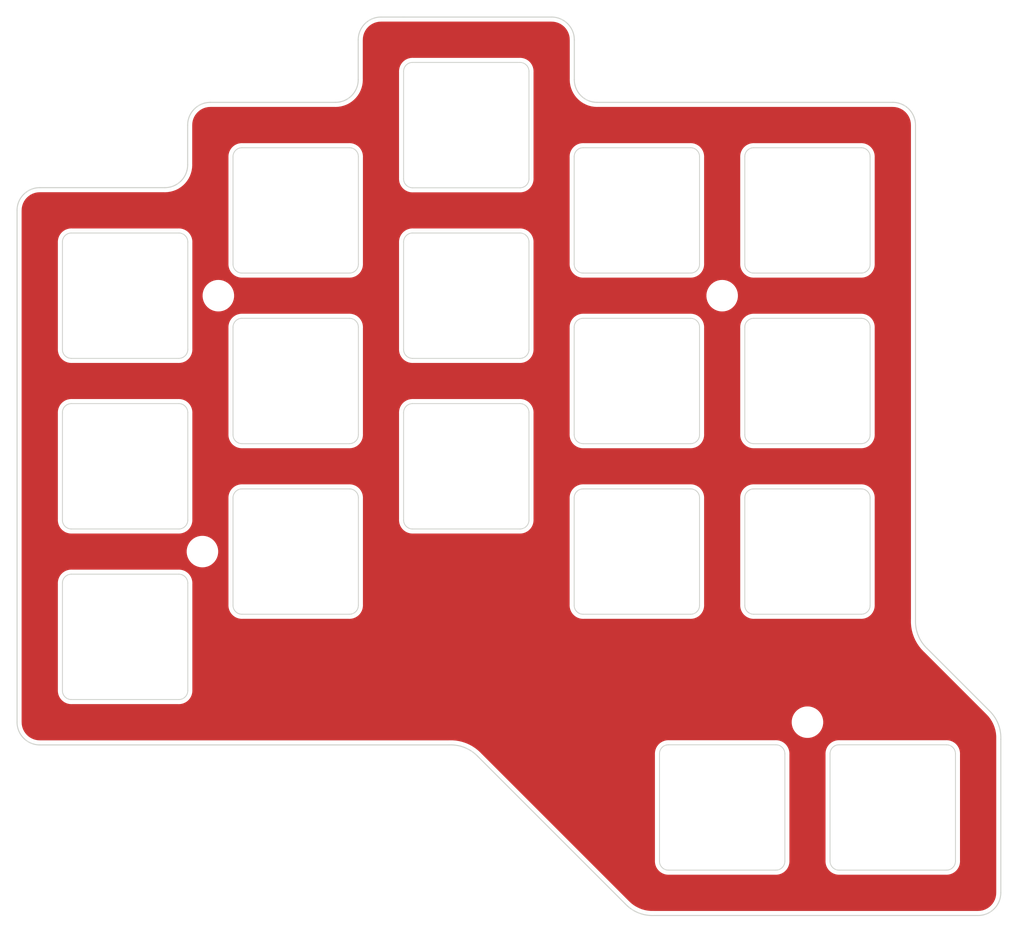
<source format=kicad_pcb>
(kicad_pcb (version 20211014) (generator pcbnew)
  (title_block (title "Pragmatic 5x6 input module") (date "2022-03-22") (rev "3") (company "James Sa"))
  (layers (0 "F.Cu" signal) (31 "B.Cu" signal) (34 "B.Paste" user) (35 "F.Paste" user) (36 "B.SilkS" user "B.Silkscreen") (37 "F.SilkS" user "F.Silkscreen") (38 "B.Mask" user) (39 "F.Mask" user) (44 "Edge.Cuts" user))
  (net 0 "")
  (footprint "Keyboard_JSA:Switch_Hole_Cutout_w_Deco" (layer "F.Cu") (at 57.15 76.2)
    (fp_text reference "SW1" hide)
    (fp_text value "SW_Push" hide)
    (fp_line (start 7 6) (end 7 -6) (layer "Edge.Cuts") (width 0.1))
    (fp_line (start -7 6) (end -7 -6) (layer "Edge.Cuts") (width 0.1))
    (fp_line (start -6 -7) (end 6 -7) (layer "Edge.Cuts") (width 0.1))
    (fp_line (start -6 7) (end 6 7) (layer "Edge.Cuts") (width 0.1))
    (fp_arc (start 6 -7) (mid 6.707107 -6.707107) (end 7 -6) (layer "Edge.Cuts") (width 0.1))
    (fp_arc (start -7 -6) (mid -6.707107 -6.707107) (end -6 -7) (layer "Edge.Cuts") (width 0.1))
    (fp_arc (start 7 6) (mid 6.707107 6.707107) (end 6 7) (layer "Edge.Cuts") (width 0.1))
    (fp_arc (start -6 7) (mid -6.707107 6.707107) (end -7 6) (layer "Edge.Cuts") (width 0.1))
  )
  (footprint "Keyboard_JSA:Switch_Hole_Cutout_w_Deco" (layer "F.Cu") (at 57.15 95.25)
    (fp_text reference "SW7" hide)
    (fp_text value "SW_Push" hide)
    (fp_line (start 7 6) (end 7 -6) (layer "Edge.Cuts") (width 0.1))
    (fp_line (start -7 6) (end -7 -6) (layer "Edge.Cuts") (width 0.1))
    (fp_line (start -6 7) (end 6 7) (layer "Edge.Cuts") (width 0.1))
    (fp_line (start -6 -7) (end 6 -7) (layer "Edge.Cuts") (width 0.1))
    (fp_arc (start 6 -7) (mid 6.707107 -6.707107) (end 7 -6) (layer "Edge.Cuts") (width 0.1))
    (fp_arc (start -6 7) (mid -6.707107 6.707107) (end -7 6) (layer "Edge.Cuts") (width 0.1))
    (fp_arc (start 7 6) (mid 6.707107 6.707107) (end 6 7) (layer "Edge.Cuts") (width 0.1))
    (fp_arc (start -7 -6) (mid -6.707107 -6.707107) (end -6 -7) (layer "Edge.Cuts") (width 0.1))
  )
  (footprint "Keyboard_JSA:Switch_Hole_Cutout_w_Deco" (layer "F.Cu") (at 76.2 85.725)
    (fp_text reference "SW8" hide)
    (fp_text value "SW_Push" hide)
    (fp_line (start -6 7) (end 6 7) (layer "Edge.Cuts") (width 0.1))
    (fp_line (start -7 6) (end -7 -6) (layer "Edge.Cuts") (width 0.1))
    (fp_line (start 7 6) (end 7 -6) (layer "Edge.Cuts") (width 0.1))
    (fp_line (start -6 -7) (end 6 -7) (layer "Edge.Cuts") (width 0.1))
    (fp_arc (start -6 7) (mid -6.707107 6.707107) (end -7 6) (layer "Edge.Cuts") (width 0.1))
    (fp_arc (start 7 6) (mid 6.707107 6.707107) (end 6 7) (layer "Edge.Cuts") (width 0.1))
    (fp_arc (start -7 -6) (mid -6.707107 -6.707107) (end -6 -7) (layer "Edge.Cuts") (width 0.1))
    (fp_arc (start 6 -7) (mid 6.707107 -6.707107) (end 7 -6) (layer "Edge.Cuts") (width 0.1))
  )
  (footprint "Keyboard_JSA:Switch_Hole_Cutout_w_Deco" (layer "F.Cu") (at 76.2 66.675)
    (fp_text reference "SW2" hide)
    (fp_text value "SW_Push" hide)
    (fp_line (start -6 -7) (end 6 -7) (layer "Edge.Cuts") (width 0.1))
    (fp_line (start -7 6) (end -7 -6) (layer "Edge.Cuts") (width 0.1))
    (fp_line (start -6 7) (end 6 7) (layer "Edge.Cuts") (width 0.1))
    (fp_line (start 7 6) (end 7 -6) (layer "Edge.Cuts") (width 0.1))
    (fp_arc (start -6 7) (mid -6.707107 6.707107) (end -7 6) (layer "Edge.Cuts") (width 0.1))
    (fp_arc (start -7 -6) (mid -6.707107 -6.707107) (end -6 -7) (layer "Edge.Cuts") (width 0.1))
    (fp_arc (start 7 6) (mid 6.707107 6.707107) (end 6 7) (layer "Edge.Cuts") (width 0.1))
    (fp_arc (start 6 -7) (mid 6.707107 -6.707107) (end 7 -6) (layer "Edge.Cuts") (width 0.1))
  )
  (footprint "Keyboard_JSA:Switch_Hole_Cutout_w_Deco" (layer "F.Cu") (at 95.25 57.15)
    (fp_text reference "SW3" hide)
    (fp_text value "SW_Push" hide)
    (fp_line (start -6 -7) (end 6 -7) (layer "Edge.Cuts") (width 0.1))
    (fp_line (start -7 6) (end -7 -6) (layer "Edge.Cuts") (width 0.1))
    (fp_line (start 7 6) (end 7 -6) (layer "Edge.Cuts") (width 0.1))
    (fp_line (start -6 7) (end 6 7) (layer "Edge.Cuts") (width 0.1))
    (fp_arc (start -7 -6) (mid -6.707107 -6.707107) (end -6 -7) (layer "Edge.Cuts") (width 0.1))
    (fp_arc (start 7 6) (mid 6.707107 6.707107) (end 6 7) (layer "Edge.Cuts") (width 0.1))
    (fp_arc (start -6 7) (mid -6.707107 6.707107) (end -7 6) (layer "Edge.Cuts") (width 0.1))
    (fp_arc (start 6 -7) (mid 6.707107 -6.707107) (end 7 -6) (layer "Edge.Cuts") (width 0.1))
  )
  (footprint "Keyboard_JSA:Switch_Hole_Cutout_w_Deco" (layer "F.Cu") (at 114.3 66.675)
    (fp_text reference "SW4" hide)
    (fp_text value "SW_Push" hide)
    (fp_line (start -6 -7) (end 6 -7) (layer "Edge.Cuts") (width 0.1))
    (fp_line (start -7 6) (end -7 -6) (layer "Edge.Cuts") (width 0.1))
    (fp_line (start 7 6) (end 7 -6) (layer "Edge.Cuts") (width 0.1))
    (fp_line (start -6 7) (end 6 7) (layer "Edge.Cuts") (width 0.1))
    (fp_arc (start 7 6) (mid 6.707107 6.707107) (end 6 7) (layer "Edge.Cuts") (width 0.1))
    (fp_arc (start 6 -7) (mid 6.707107 -6.707107) (end 7 -6) (layer "Edge.Cuts") (width 0.1))
    (fp_arc (start -7 -6) (mid -6.707107 -6.707107) (end -6 -7) (layer "Edge.Cuts") (width 0.1))
    (fp_arc (start -6 7) (mid -6.707107 6.707107) (end -7 6) (layer "Edge.Cuts") (width 0.1))
  )
  (footprint "Keyboard_JSA:Switch_Hole_Cutout_w_Deco" (layer "F.Cu") (at 133.35 66.675)
    (fp_text reference "SW5" hide)
    (fp_text value "SW_Push" hide)
    (fp_line (start 7 6) (end 7 -6) (layer "Edge.Cuts") (width 0.1))
    (fp_line (start -6 -7) (end 6 -7) (layer "Edge.Cuts") (width 0.1))
    (fp_line (start -6 7) (end 6 7) (layer "Edge.Cuts") (width 0.1))
    (fp_line (start -7 6) (end -7 -6) (layer "Edge.Cuts") (width 0.1))
    (fp_arc (start 7 6) (mid 6.707107 6.707107) (end 6 7) (layer "Edge.Cuts") (width 0.1))
    (fp_arc (start -6 7) (mid -6.707107 6.707107) (end -7 6) (layer "Edge.Cuts") (width 0.1))
    (fp_arc (start -7 -6) (mid -6.707107 -6.707107) (end -6 -7) (layer "Edge.Cuts") (width 0.1))
    (fp_arc (start 6 -7) (mid 6.707107 -6.707107) (end 7 -6) (layer "Edge.Cuts") (width 0.1))
  )
  (footprint "Keyboard_JSA:Switch_Hole_Cutout_w_Deco" (layer "F.Cu") (at 95.25 76.2)
    (fp_text reference "SW9" hide)
    (fp_text value "SW_Push" hide)
    (fp_line (start -6 -7) (end 6 -7) (layer "Edge.Cuts") (width 0.1))
    (fp_line (start 7 6) (end 7 -6) (layer "Edge.Cuts") (width 0.1))
    (fp_line (start -7 6) (end -7 -6) (layer "Edge.Cuts") (width 0.1))
    (fp_line (start -6 7) (end 6 7) (layer "Edge.Cuts") (width 0.1))
    (fp_arc (start 6 -7) (mid 6.707107 -6.707107) (end 7 -6) (layer "Edge.Cuts") (width 0.1))
    (fp_arc (start 7 6) (mid 6.707107 6.707107) (end 6 7) (layer "Edge.Cuts") (width 0.1))
    (fp_arc (start -6 7) (mid -6.707107 6.707107) (end -7 6) (layer "Edge.Cuts") (width 0.1))
    (fp_arc (start -7 -6) (mid -6.707107 -6.707107) (end -6 -7) (layer "Edge.Cuts") (width 0.1))
  )
  (footprint "Keyboard_JSA:Switch_Hole_Cutout_w_Deco" (layer "F.Cu") (at 114.3 85.725)
    (fp_text reference "SW10" hide)
    (fp_text value "SW_Push" hide)
    (fp_line (start 7 6) (end 7 -6) (layer "Edge.Cuts") (width 0.1))
    (fp_line (start -6 -7) (end 6 -7) (layer "Edge.Cuts") (width 0.1))
    (fp_line (start -7 6) (end -7 -6) (layer "Edge.Cuts") (width 0.1))
    (fp_line (start -6 7) (end 6 7) (layer "Edge.Cuts") (width 0.1))
    (fp_arc (start -6 7) (mid -6.707107 6.707107) (end -7 6) (layer "Edge.Cuts") (width 0.1))
    (fp_arc (start -7 -6) (mid -6.707107 -6.707107) (end -6 -7) (layer "Edge.Cuts") (width 0.1))
    (fp_arc (start 6 -7) (mid 6.707107 -6.707107) (end 7 -6) (layer "Edge.Cuts") (width 0.1))
    (fp_arc (start 7 6) (mid 6.707107 6.707107) (end 6 7) (layer "Edge.Cuts") (width 0.1))
  )
  (footprint "Keyboard_JSA:Switch_Hole_Cutout_w_Deco" (layer "F.Cu") (at 133.35 85.725)
    (fp_text reference "SW11" hide)
    (fp_text value "SW_Push" hide)
    (fp_line (start -7 6) (end -7 -6) (layer "Edge.Cuts") (width 0.1))
    (fp_line (start -6 7) (end 6 7) (layer "Edge.Cuts") (width 0.1))
    (fp_line (start -6 -7) (end 6 -7) (layer "Edge.Cuts") (width 0.1))
    (fp_line (start 7 6) (end 7 -6) (layer "Edge.Cuts") (width 0.1))
    (fp_arc (start -6 7) (mid -6.707107 6.707107) (end -7 6) (layer "Edge.Cuts") (width 0.1))
    (fp_arc (start -7 -6) (mid -6.707107 -6.707107) (end -6 -7) (layer "Edge.Cuts") (width 0.1))
    (fp_arc (start 6 -7) (mid 6.707107 -6.707107) (end 7 -6) (layer "Edge.Cuts") (width 0.1))
    (fp_arc (start 7 6) (mid 6.707107 6.707107) (end 6 7) (layer "Edge.Cuts") (width 0.1))
  )
  (footprint "Keyboard_JSA:Switch_Hole_Cutout_w_Deco" (layer "F.Cu") (at 57.15 114.3)
    (fp_text reference "SW13" hide)
    (fp_text value "SW_Push" hide)
    (fp_line (start -7 6) (end -7 -6) (layer "Edge.Cuts") (width 0.1))
    (fp_line (start 7 6) (end 7 -6) (layer "Edge.Cuts") (width 0.1))
    (fp_line (start -6 7) (end 6 7) (layer "Edge.Cuts") (width 0.1))
    (fp_line (start -6 -7) (end 6 -7) (layer "Edge.Cuts") (width 0.1))
    (fp_arc (start 6 -7) (mid 6.707107 -6.707107) (end 7 -6) (layer "Edge.Cuts") (width 0.1))
    (fp_arc (start -6 7) (mid -6.707107 6.707107) (end -7 6) (layer "Edge.Cuts") (width 0.1))
    (fp_arc (start -7 -6) (mid -6.707107 -6.707107) (end -6 -7) (layer "Edge.Cuts") (width 0.1))
    (fp_arc (start 7 6) (mid 6.707107 6.707107) (end 6 7) (layer "Edge.Cuts") (width 0.1))
  )
  (footprint "Keyboard_JSA:Switch_Hole_Cutout_w_Deco" (layer "F.Cu") (at 76.2 104.775)
    (fp_text reference "SW14" hide)
    (fp_text value "SW_Push" hide)
    (fp_line (start 7 6) (end 7 -6) (layer "Edge.Cuts") (width 0.1))
    (fp_line (start -6 7) (end 6 7) (layer "Edge.Cuts") (width 0.1))
    (fp_line (start -6 -7) (end 6 -7) (layer "Edge.Cuts") (width 0.1))
    (fp_line (start -7 6) (end -7 -6) (layer "Edge.Cuts") (width 0.1))
    (fp_arc (start 6 -7) (mid 6.707107 -6.707107) (end 7 -6) (layer "Edge.Cuts") (width 0.1))
    (fp_arc (start 7 6) (mid 6.707107 6.707107) (end 6 7) (layer "Edge.Cuts") (width 0.1))
    (fp_arc (start -7 -6) (mid -6.707107 -6.707107) (end -6 -7) (layer "Edge.Cuts") (width 0.1))
    (fp_arc (start -6 7) (mid -6.707107 6.707107) (end -7 6) (layer "Edge.Cuts") (width 0.1))
  )
  (footprint "Keyboard_JSA:Switch_Hole_Cutout_w_Deco" (layer "F.Cu") (at 95.25 95.25)
    (fp_text reference "SW15" hide)
    (fp_text value "SW_Push" hide)
    (fp_line (start -6 7) (end 6 7) (layer "Edge.Cuts") (width 0.1))
    (fp_line (start -6 -7) (end 6 -7) (layer "Edge.Cuts") (width 0.1))
    (fp_line (start 7 6) (end 7 -6) (layer "Edge.Cuts") (width 0.1))
    (fp_line (start -7 6) (end -7 -6) (layer "Edge.Cuts") (width 0.1))
    (fp_arc (start 7 6) (mid 6.707107 6.707107) (end 6 7) (layer "Edge.Cuts") (width 0.1))
    (fp_arc (start -7 -6) (mid -6.707107 -6.707107) (end -6 -7) (layer "Edge.Cuts") (width 0.1))
    (fp_arc (start 6 -7) (mid 6.707107 -6.707107) (end 7 -6) (layer "Edge.Cuts") (width 0.1))
    (fp_arc (start -6 7) (mid -6.707107 6.707107) (end -7 6) (layer "Edge.Cuts") (width 0.1))
  )
  (footprint "Keyboard_JSA:Switch_Hole_Cutout_w_Deco" (layer "F.Cu") (at 114.3 104.775)
    (fp_text reference "SW16" hide)
    (fp_text value "SW_Push" hide)
    (fp_line (start -7 6) (end -7 -6) (layer "Edge.Cuts") (width 0.1))
    (fp_line (start -6 -7) (end 6 -7) (layer "Edge.Cuts") (width 0.1))
    (fp_line (start -6 7) (end 6 7) (layer "Edge.Cuts") (width 0.1))
    (fp_line (start 7 6) (end 7 -6) (layer "Edge.Cuts") (width 0.1))
    (fp_arc (start 6 -7) (mid 6.707107 -6.707107) (end 7 -6) (layer "Edge.Cuts") (width 0.1))
    (fp_arc (start -7 -6) (mid -6.707107 -6.707107) (end -6 -7) (layer "Edge.Cuts") (width 0.1))
    (fp_arc (start -6 7) (mid -6.707107 6.707107) (end -7 6) (layer "Edge.Cuts") (width 0.1))
    (fp_arc (start 7 6) (mid 6.707107 6.707107) (end 6 7) (layer "Edge.Cuts") (width 0.1))
  )
  (footprint "Keyboard_JSA:Switch_Hole_Cutout_w_Deco" (layer "F.Cu") (at 133.35 104.775)
    (fp_text reference "SW17" hide)
    (fp_text value "SW_Push" hide)
    (fp_line (start -6 -7) (end 6 -7) (layer "Edge.Cuts") (width 0.1))
    (fp_line (start -6 7) (end 6 7) (layer "Edge.Cuts") (width 0.1))
    (fp_line (start 7 6) (end 7 -6) (layer "Edge.Cuts") (width 0.1))
    (fp_line (start -7 6) (end -7 -6) (layer "Edge.Cuts") (width 0.1))
    (fp_arc (start -6 7) (mid -6.707107 6.707107) (end -7 6) (layer "Edge.Cuts") (width 0.1))
    (fp_arc (start 6 -7) (mid 6.707107 -6.707107) (end 7 -6) (layer "Edge.Cuts") (width 0.1))
    (fp_arc (start 7 6) (mid 6.707107 6.707107) (end 6 7) (layer "Edge.Cuts") (width 0.1))
    (fp_arc (start -7 -6) (mid -6.707107 -6.707107) (end -6 -7) (layer "Edge.Cuts") (width 0.1))
  )
  (footprint "Keyboard_JSA:Switch_Hole_Cutout_w_Deco" (layer "F.Cu") (at 123.825 133.35)
    (fp_text reference "SW22" hide)
    (fp_text value "SW_Push" hide)
    (fp_line (start -6 -7) (end 6 -7) (layer "Edge.Cuts") (width 0.1))
    (fp_line (start 7 6) (end 7 -6) (layer "Edge.Cuts") (width 0.1))
    (fp_line (start -6 7) (end 6 7) (layer "Edge.Cuts") (width 0.1))
    (fp_line (start -7 6) (end -7 -6) (layer "Edge.Cuts") (width 0.1))
    (fp_arc (start 7 6) (mid 6.707107 6.707107) (end 6 7) (layer "Edge.Cuts") (width 0.1))
    (fp_arc (start 6 -7) (mid 6.707107 -6.707107) (end 7 -6) (layer "Edge.Cuts") (width 0.1))
    (fp_arc (start -7 -6) (mid -6.707107 -6.707107) (end -6 -7) (layer "Edge.Cuts") (width 0.1))
    (fp_arc (start -6 7) (mid -6.707107 6.707107) (end -7 6) (layer "Edge.Cuts") (width 0.1))
  )
  (footprint "Keyboard_JSA:Switch_Hole_Cutout_w_Deco" (layer "F.Cu") (at 142.875 133.35)
    (fp_text reference "SW23" hide)
    (fp_text value "SW_Push" hide)
    (fp_line (start -6 -7) (end 6 -7) (layer "Edge.Cuts") (width 0.1))
    (fp_line (start -7 6) (end -7 -6) (layer "Edge.Cuts") (width 0.1))
    (fp_line (start -6 7) (end 6 7) (layer "Edge.Cuts") (width 0.1))
    (fp_line (start 7 6) (end 7 -6) (layer "Edge.Cuts") (width 0.1))
    (fp_arc (start 6 -7) (mid 6.707107 -6.707107) (end 7 -6) (layer "Edge.Cuts") (width 0.1))
    (fp_arc (start 7 6) (mid 6.707107 6.707107) (end 6 7) (layer "Edge.Cuts") (width 0.1))
    (fp_arc (start -7 -6) (mid -6.707107 -6.707107) (end -6 -7) (layer "Edge.Cuts") (width 0.1))
    (fp_arc (start -6 7) (mid -6.707107 6.707107) (end -7 6) (layer "Edge.Cuts") (width 0.1))
  )
  (footprint "MountingHole:MountingHole_2.5mm" (layer "F.Cu") (at 67.564 76.2)
    (fp_text reference "H1")
    (fp_text value "MountingHole")
    (pad "" np_thru_hole circle (at 0 0) (size 2.5 2.5) (drill 2.5) (layers *.Cu *.Mask))
  )
  (footprint "MountingHole:MountingHole_2.5mm" (layer "F.Cu") (at 65.786 104.775)
    (fp_text reference "H2")
    (fp_text value "MountingHole")
    (pad "" np_thru_hole circle (at 0 0) (size 2.5 2.5) (drill 2.5) (layers *.Cu *.Mask))
  )
  (footprint "MountingHole:MountingHole_2.5mm" (layer "F.Cu") (at 123.825 76.2)
    (fp_text reference "H3")
    (fp_text value "MountingHole")
    (pad "" np_thru_hole circle (at 0 0) (size 2.5 2.5) (drill 2.5) (layers *.Cu *.Mask))
  )
  (footprint "MountingHole:MountingHole_2.5mm" (layer "F.Cu") (at 133.35 123.825)
    (fp_text reference "H4")
    (fp_text value "MountingHole" hide)
    (pad "" np_thru_hole circle (at 0 0) (size 2.5 2.5) (drill 2.5) (layers *.Cu *.Mask))
  )
  (footprint "Keyboard_JSA:Pragmatic Logo" (layer "F.Cu") (at 95.25 118.11)
    (fp_text reference "REF**" hide)
    (fp_text value "logo" hide)
  )
  (gr_line (start 64.135 61.595) (end 64.135 57.15) (layer "Edge.Cuts") (width 0.12))
  (gr_arc (start 93.345 126.365) (mid 95.068342 126.660394) (end 96.52 127.635) (layer "Edge.Cuts") (width 0.12))
  (gr_arc (start 83.185 47.625) (mid 83.928949 45.828949) (end 85.725 45.085) (layer "Edge.Cuts") (width 0.12))
  (gr_line (start 107.315 52.07) (end 107.315 47.625) (layer "Edge.Cuts") (width 0.12))
  (gr_line (start 66.675 54.61) (end 80.645 54.61) (layer "Edge.Cuts") (width 0.12))
  (gr_line (start 45.085 66.675) (end 45.085 123.825) (layer "Edge.Cuts") (width 0.12))
  (gr_arc (start 109.855 54.61) (mid 108.058949 53.866051) (end 107.315 52.07) (layer "Edge.Cuts") (width 0.12))
  (gr_line (start 83.185 52.07) (end 83.185 47.625) (layer "Edge.Cuts") (width 0.12))
  (gr_arc (start 146.685 115.57) (mid 145.710394 114.118342) (end 145.415 112.395) (layer "Edge.Cuts") (width 0.12))
  (gr_line (start 153.67 122.555) (end 146.685 115.57) (layer "Edge.Cuts") (width 0.12))
  (gr_arc (start 104.775 45.085) (mid 106.571051 45.828949) (end 107.315 47.625) (layer "Edge.Cuts") (width 0.12))
  (gr_arc (start 47.625 126.365) (mid 45.828949 125.621051) (end 45.085 123.825) (layer "Edge.Cuts") (width 0.12))
  (gr_arc (start 45.085 66.675) (mid 45.828949 64.878949) (end 47.625 64.135) (layer "Edge.Cuts") (width 0.12))
  (gr_arc (start 142.875 54.61) (mid 144.671051 55.353949) (end 145.415 57.15) (layer "Edge.Cuts") (width 0.12))
  (gr_line (start 85.725 45.085) (end 88.265 45.085) (layer "Edge.Cuts") (width 0.12))
  (gr_line (start 109.855 54.61) (end 142.875 54.61) (layer "Edge.Cuts") (width 0.12))
  (gr_line (start 93.345 126.365) (end 47.625 126.365) (layer "Edge.Cuts") (width 0.12))
  (gr_arc (start 64.135 61.595) (mid 63.391051 63.391051) (end 61.595 64.135) (layer "Edge.Cuts") (width 0.12))
  (gr_arc (start 154.94 142.875) (mid 154.196051 144.671051) (end 152.4 145.415) (layer "Edge.Cuts") (width 0.12))
  (gr_line (start 154.94 125.73) (end 154.94 142.875) (layer "Edge.Cuts") (width 0.12))
  (gr_line (start 47.625 64.135) (end 61.595 64.135) (layer "Edge.Cuts") (width 0.12))
  (gr_arc (start 116.205 145.415) (mid 114.481658 145.119606) (end 113.03 144.145) (layer "Edge.Cuts") (width 0.12))
  (gr_line (start 104.775 45.085) (end 88.265 45.085) (layer "Edge.Cuts") (width 0.12))
  (gr_line (start 152.4 145.415) (end 116.205 145.415) (layer "Edge.Cuts") (width 0.12))
  (gr_arc (start 64.135 57.15) (mid 64.878949 55.353949) (end 66.675 54.61) (layer "Edge.Cuts") (width 0.12))
  (gr_arc (start 83.185 52.07) (mid 82.441051 53.866051) (end 80.645 54.61) (layer "Edge.Cuts") (width 0.12))
  (gr_line (start 96.52 127.635) (end 113.03 144.145) (layer "Edge.Cuts") (width 0.12))
  (gr_arc (start 153.67 122.555) (mid 154.644605 124.006658) (end 154.94 125.73) (layer "Edge.Cuts") (width 0.12))
  (gr_line (start 145.415 112.395) (end 145.415 57.15) (layer "Edge.Cuts") (width 0.12))
  (gr_text "김" (at 68.58 93.98) (layer "B.SilkS") (effects (font (size 1 1)) (justify mirror)))
  (gr_text "김" (at 67.31 94.615) (layer "B.SilkS") (effects (font (size 1.5 1.5)) (justify mirror)))
  (zone (net 0) (net_name "") (layer "F.Cu") (connect_pads (clearance 0.508)) (min_thickness 0.254) (fill yes (thermal_gap 0.508) (thermal_bridge_width 0.508))
    (polygon (pts (xy 157.48 148.59) (xy 43.18 148.59) (xy 43.18 43.18) (xy 157.48 43.18)))
  )
)
</source>
